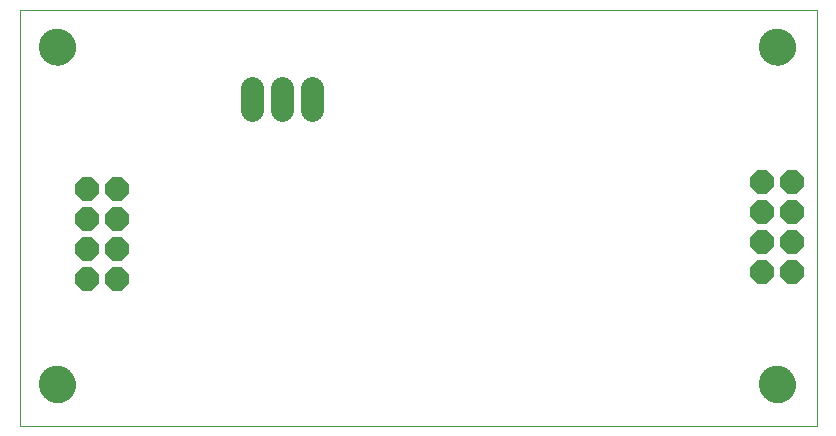
<source format=gbs>
G75*
%MOIN*%
%OFA0B0*%
%FSLAX25Y25*%
%IPPOS*%
%LPD*%
%AMOC8*
5,1,8,0,0,1.08239X$1,22.5*
%
%ADD10C,0.00000*%
%ADD11C,0.12211*%
%ADD12C,0.07800*%
%ADD13OC8,0.07800*%
D10*
X0001000Y0001000D02*
X0001000Y0139626D01*
X0266614Y0139626D01*
X0266614Y0001000D01*
X0001000Y0001000D01*
X0007519Y0014740D02*
X0007521Y0014893D01*
X0007527Y0015047D01*
X0007537Y0015200D01*
X0007551Y0015352D01*
X0007569Y0015505D01*
X0007591Y0015656D01*
X0007616Y0015807D01*
X0007646Y0015958D01*
X0007680Y0016108D01*
X0007717Y0016256D01*
X0007758Y0016404D01*
X0007803Y0016550D01*
X0007852Y0016696D01*
X0007905Y0016840D01*
X0007961Y0016982D01*
X0008021Y0017123D01*
X0008085Y0017263D01*
X0008152Y0017401D01*
X0008223Y0017537D01*
X0008298Y0017671D01*
X0008375Y0017803D01*
X0008457Y0017933D01*
X0008541Y0018061D01*
X0008629Y0018187D01*
X0008720Y0018310D01*
X0008814Y0018431D01*
X0008912Y0018549D01*
X0009012Y0018665D01*
X0009116Y0018778D01*
X0009222Y0018889D01*
X0009331Y0018997D01*
X0009443Y0019102D01*
X0009557Y0019203D01*
X0009675Y0019302D01*
X0009794Y0019398D01*
X0009916Y0019491D01*
X0010041Y0019580D01*
X0010168Y0019667D01*
X0010297Y0019749D01*
X0010428Y0019829D01*
X0010561Y0019905D01*
X0010696Y0019978D01*
X0010833Y0020047D01*
X0010972Y0020112D01*
X0011112Y0020174D01*
X0011254Y0020232D01*
X0011397Y0020287D01*
X0011542Y0020338D01*
X0011688Y0020385D01*
X0011835Y0020428D01*
X0011983Y0020467D01*
X0012132Y0020503D01*
X0012282Y0020534D01*
X0012433Y0020562D01*
X0012584Y0020586D01*
X0012737Y0020606D01*
X0012889Y0020622D01*
X0013042Y0020634D01*
X0013195Y0020642D01*
X0013348Y0020646D01*
X0013502Y0020646D01*
X0013655Y0020642D01*
X0013808Y0020634D01*
X0013961Y0020622D01*
X0014113Y0020606D01*
X0014266Y0020586D01*
X0014417Y0020562D01*
X0014568Y0020534D01*
X0014718Y0020503D01*
X0014867Y0020467D01*
X0015015Y0020428D01*
X0015162Y0020385D01*
X0015308Y0020338D01*
X0015453Y0020287D01*
X0015596Y0020232D01*
X0015738Y0020174D01*
X0015878Y0020112D01*
X0016017Y0020047D01*
X0016154Y0019978D01*
X0016289Y0019905D01*
X0016422Y0019829D01*
X0016553Y0019749D01*
X0016682Y0019667D01*
X0016809Y0019580D01*
X0016934Y0019491D01*
X0017056Y0019398D01*
X0017175Y0019302D01*
X0017293Y0019203D01*
X0017407Y0019102D01*
X0017519Y0018997D01*
X0017628Y0018889D01*
X0017734Y0018778D01*
X0017838Y0018665D01*
X0017938Y0018549D01*
X0018036Y0018431D01*
X0018130Y0018310D01*
X0018221Y0018187D01*
X0018309Y0018061D01*
X0018393Y0017933D01*
X0018475Y0017803D01*
X0018552Y0017671D01*
X0018627Y0017537D01*
X0018698Y0017401D01*
X0018765Y0017263D01*
X0018829Y0017123D01*
X0018889Y0016982D01*
X0018945Y0016840D01*
X0018998Y0016696D01*
X0019047Y0016550D01*
X0019092Y0016404D01*
X0019133Y0016256D01*
X0019170Y0016108D01*
X0019204Y0015958D01*
X0019234Y0015807D01*
X0019259Y0015656D01*
X0019281Y0015505D01*
X0019299Y0015352D01*
X0019313Y0015200D01*
X0019323Y0015047D01*
X0019329Y0014893D01*
X0019331Y0014740D01*
X0019329Y0014587D01*
X0019323Y0014433D01*
X0019313Y0014280D01*
X0019299Y0014128D01*
X0019281Y0013975D01*
X0019259Y0013824D01*
X0019234Y0013673D01*
X0019204Y0013522D01*
X0019170Y0013372D01*
X0019133Y0013224D01*
X0019092Y0013076D01*
X0019047Y0012930D01*
X0018998Y0012784D01*
X0018945Y0012640D01*
X0018889Y0012498D01*
X0018829Y0012357D01*
X0018765Y0012217D01*
X0018698Y0012079D01*
X0018627Y0011943D01*
X0018552Y0011809D01*
X0018475Y0011677D01*
X0018393Y0011547D01*
X0018309Y0011419D01*
X0018221Y0011293D01*
X0018130Y0011170D01*
X0018036Y0011049D01*
X0017938Y0010931D01*
X0017838Y0010815D01*
X0017734Y0010702D01*
X0017628Y0010591D01*
X0017519Y0010483D01*
X0017407Y0010378D01*
X0017293Y0010277D01*
X0017175Y0010178D01*
X0017056Y0010082D01*
X0016934Y0009989D01*
X0016809Y0009900D01*
X0016682Y0009813D01*
X0016553Y0009731D01*
X0016422Y0009651D01*
X0016289Y0009575D01*
X0016154Y0009502D01*
X0016017Y0009433D01*
X0015878Y0009368D01*
X0015738Y0009306D01*
X0015596Y0009248D01*
X0015453Y0009193D01*
X0015308Y0009142D01*
X0015162Y0009095D01*
X0015015Y0009052D01*
X0014867Y0009013D01*
X0014718Y0008977D01*
X0014568Y0008946D01*
X0014417Y0008918D01*
X0014266Y0008894D01*
X0014113Y0008874D01*
X0013961Y0008858D01*
X0013808Y0008846D01*
X0013655Y0008838D01*
X0013502Y0008834D01*
X0013348Y0008834D01*
X0013195Y0008838D01*
X0013042Y0008846D01*
X0012889Y0008858D01*
X0012737Y0008874D01*
X0012584Y0008894D01*
X0012433Y0008918D01*
X0012282Y0008946D01*
X0012132Y0008977D01*
X0011983Y0009013D01*
X0011835Y0009052D01*
X0011688Y0009095D01*
X0011542Y0009142D01*
X0011397Y0009193D01*
X0011254Y0009248D01*
X0011112Y0009306D01*
X0010972Y0009368D01*
X0010833Y0009433D01*
X0010696Y0009502D01*
X0010561Y0009575D01*
X0010428Y0009651D01*
X0010297Y0009731D01*
X0010168Y0009813D01*
X0010041Y0009900D01*
X0009916Y0009989D01*
X0009794Y0010082D01*
X0009675Y0010178D01*
X0009557Y0010277D01*
X0009443Y0010378D01*
X0009331Y0010483D01*
X0009222Y0010591D01*
X0009116Y0010702D01*
X0009012Y0010815D01*
X0008912Y0010931D01*
X0008814Y0011049D01*
X0008720Y0011170D01*
X0008629Y0011293D01*
X0008541Y0011419D01*
X0008457Y0011547D01*
X0008375Y0011677D01*
X0008298Y0011809D01*
X0008223Y0011943D01*
X0008152Y0012079D01*
X0008085Y0012217D01*
X0008021Y0012357D01*
X0007961Y0012498D01*
X0007905Y0012640D01*
X0007852Y0012784D01*
X0007803Y0012930D01*
X0007758Y0013076D01*
X0007717Y0013224D01*
X0007680Y0013372D01*
X0007646Y0013522D01*
X0007616Y0013673D01*
X0007591Y0013824D01*
X0007569Y0013975D01*
X0007551Y0014128D01*
X0007537Y0014280D01*
X0007527Y0014433D01*
X0007521Y0014587D01*
X0007519Y0014740D01*
X0007519Y0127240D02*
X0007521Y0127393D01*
X0007527Y0127547D01*
X0007537Y0127700D01*
X0007551Y0127852D01*
X0007569Y0128005D01*
X0007591Y0128156D01*
X0007616Y0128307D01*
X0007646Y0128458D01*
X0007680Y0128608D01*
X0007717Y0128756D01*
X0007758Y0128904D01*
X0007803Y0129050D01*
X0007852Y0129196D01*
X0007905Y0129340D01*
X0007961Y0129482D01*
X0008021Y0129623D01*
X0008085Y0129763D01*
X0008152Y0129901D01*
X0008223Y0130037D01*
X0008298Y0130171D01*
X0008375Y0130303D01*
X0008457Y0130433D01*
X0008541Y0130561D01*
X0008629Y0130687D01*
X0008720Y0130810D01*
X0008814Y0130931D01*
X0008912Y0131049D01*
X0009012Y0131165D01*
X0009116Y0131278D01*
X0009222Y0131389D01*
X0009331Y0131497D01*
X0009443Y0131602D01*
X0009557Y0131703D01*
X0009675Y0131802D01*
X0009794Y0131898D01*
X0009916Y0131991D01*
X0010041Y0132080D01*
X0010168Y0132167D01*
X0010297Y0132249D01*
X0010428Y0132329D01*
X0010561Y0132405D01*
X0010696Y0132478D01*
X0010833Y0132547D01*
X0010972Y0132612D01*
X0011112Y0132674D01*
X0011254Y0132732D01*
X0011397Y0132787D01*
X0011542Y0132838D01*
X0011688Y0132885D01*
X0011835Y0132928D01*
X0011983Y0132967D01*
X0012132Y0133003D01*
X0012282Y0133034D01*
X0012433Y0133062D01*
X0012584Y0133086D01*
X0012737Y0133106D01*
X0012889Y0133122D01*
X0013042Y0133134D01*
X0013195Y0133142D01*
X0013348Y0133146D01*
X0013502Y0133146D01*
X0013655Y0133142D01*
X0013808Y0133134D01*
X0013961Y0133122D01*
X0014113Y0133106D01*
X0014266Y0133086D01*
X0014417Y0133062D01*
X0014568Y0133034D01*
X0014718Y0133003D01*
X0014867Y0132967D01*
X0015015Y0132928D01*
X0015162Y0132885D01*
X0015308Y0132838D01*
X0015453Y0132787D01*
X0015596Y0132732D01*
X0015738Y0132674D01*
X0015878Y0132612D01*
X0016017Y0132547D01*
X0016154Y0132478D01*
X0016289Y0132405D01*
X0016422Y0132329D01*
X0016553Y0132249D01*
X0016682Y0132167D01*
X0016809Y0132080D01*
X0016934Y0131991D01*
X0017056Y0131898D01*
X0017175Y0131802D01*
X0017293Y0131703D01*
X0017407Y0131602D01*
X0017519Y0131497D01*
X0017628Y0131389D01*
X0017734Y0131278D01*
X0017838Y0131165D01*
X0017938Y0131049D01*
X0018036Y0130931D01*
X0018130Y0130810D01*
X0018221Y0130687D01*
X0018309Y0130561D01*
X0018393Y0130433D01*
X0018475Y0130303D01*
X0018552Y0130171D01*
X0018627Y0130037D01*
X0018698Y0129901D01*
X0018765Y0129763D01*
X0018829Y0129623D01*
X0018889Y0129482D01*
X0018945Y0129340D01*
X0018998Y0129196D01*
X0019047Y0129050D01*
X0019092Y0128904D01*
X0019133Y0128756D01*
X0019170Y0128608D01*
X0019204Y0128458D01*
X0019234Y0128307D01*
X0019259Y0128156D01*
X0019281Y0128005D01*
X0019299Y0127852D01*
X0019313Y0127700D01*
X0019323Y0127547D01*
X0019329Y0127393D01*
X0019331Y0127240D01*
X0019329Y0127087D01*
X0019323Y0126933D01*
X0019313Y0126780D01*
X0019299Y0126628D01*
X0019281Y0126475D01*
X0019259Y0126324D01*
X0019234Y0126173D01*
X0019204Y0126022D01*
X0019170Y0125872D01*
X0019133Y0125724D01*
X0019092Y0125576D01*
X0019047Y0125430D01*
X0018998Y0125284D01*
X0018945Y0125140D01*
X0018889Y0124998D01*
X0018829Y0124857D01*
X0018765Y0124717D01*
X0018698Y0124579D01*
X0018627Y0124443D01*
X0018552Y0124309D01*
X0018475Y0124177D01*
X0018393Y0124047D01*
X0018309Y0123919D01*
X0018221Y0123793D01*
X0018130Y0123670D01*
X0018036Y0123549D01*
X0017938Y0123431D01*
X0017838Y0123315D01*
X0017734Y0123202D01*
X0017628Y0123091D01*
X0017519Y0122983D01*
X0017407Y0122878D01*
X0017293Y0122777D01*
X0017175Y0122678D01*
X0017056Y0122582D01*
X0016934Y0122489D01*
X0016809Y0122400D01*
X0016682Y0122313D01*
X0016553Y0122231D01*
X0016422Y0122151D01*
X0016289Y0122075D01*
X0016154Y0122002D01*
X0016017Y0121933D01*
X0015878Y0121868D01*
X0015738Y0121806D01*
X0015596Y0121748D01*
X0015453Y0121693D01*
X0015308Y0121642D01*
X0015162Y0121595D01*
X0015015Y0121552D01*
X0014867Y0121513D01*
X0014718Y0121477D01*
X0014568Y0121446D01*
X0014417Y0121418D01*
X0014266Y0121394D01*
X0014113Y0121374D01*
X0013961Y0121358D01*
X0013808Y0121346D01*
X0013655Y0121338D01*
X0013502Y0121334D01*
X0013348Y0121334D01*
X0013195Y0121338D01*
X0013042Y0121346D01*
X0012889Y0121358D01*
X0012737Y0121374D01*
X0012584Y0121394D01*
X0012433Y0121418D01*
X0012282Y0121446D01*
X0012132Y0121477D01*
X0011983Y0121513D01*
X0011835Y0121552D01*
X0011688Y0121595D01*
X0011542Y0121642D01*
X0011397Y0121693D01*
X0011254Y0121748D01*
X0011112Y0121806D01*
X0010972Y0121868D01*
X0010833Y0121933D01*
X0010696Y0122002D01*
X0010561Y0122075D01*
X0010428Y0122151D01*
X0010297Y0122231D01*
X0010168Y0122313D01*
X0010041Y0122400D01*
X0009916Y0122489D01*
X0009794Y0122582D01*
X0009675Y0122678D01*
X0009557Y0122777D01*
X0009443Y0122878D01*
X0009331Y0122983D01*
X0009222Y0123091D01*
X0009116Y0123202D01*
X0009012Y0123315D01*
X0008912Y0123431D01*
X0008814Y0123549D01*
X0008720Y0123670D01*
X0008629Y0123793D01*
X0008541Y0123919D01*
X0008457Y0124047D01*
X0008375Y0124177D01*
X0008298Y0124309D01*
X0008223Y0124443D01*
X0008152Y0124579D01*
X0008085Y0124717D01*
X0008021Y0124857D01*
X0007961Y0124998D01*
X0007905Y0125140D01*
X0007852Y0125284D01*
X0007803Y0125430D01*
X0007758Y0125576D01*
X0007717Y0125724D01*
X0007680Y0125872D01*
X0007646Y0126022D01*
X0007616Y0126173D01*
X0007591Y0126324D01*
X0007569Y0126475D01*
X0007551Y0126628D01*
X0007537Y0126780D01*
X0007527Y0126933D01*
X0007521Y0127087D01*
X0007519Y0127240D01*
X0247519Y0127240D02*
X0247521Y0127393D01*
X0247527Y0127547D01*
X0247537Y0127700D01*
X0247551Y0127852D01*
X0247569Y0128005D01*
X0247591Y0128156D01*
X0247616Y0128307D01*
X0247646Y0128458D01*
X0247680Y0128608D01*
X0247717Y0128756D01*
X0247758Y0128904D01*
X0247803Y0129050D01*
X0247852Y0129196D01*
X0247905Y0129340D01*
X0247961Y0129482D01*
X0248021Y0129623D01*
X0248085Y0129763D01*
X0248152Y0129901D01*
X0248223Y0130037D01*
X0248298Y0130171D01*
X0248375Y0130303D01*
X0248457Y0130433D01*
X0248541Y0130561D01*
X0248629Y0130687D01*
X0248720Y0130810D01*
X0248814Y0130931D01*
X0248912Y0131049D01*
X0249012Y0131165D01*
X0249116Y0131278D01*
X0249222Y0131389D01*
X0249331Y0131497D01*
X0249443Y0131602D01*
X0249557Y0131703D01*
X0249675Y0131802D01*
X0249794Y0131898D01*
X0249916Y0131991D01*
X0250041Y0132080D01*
X0250168Y0132167D01*
X0250297Y0132249D01*
X0250428Y0132329D01*
X0250561Y0132405D01*
X0250696Y0132478D01*
X0250833Y0132547D01*
X0250972Y0132612D01*
X0251112Y0132674D01*
X0251254Y0132732D01*
X0251397Y0132787D01*
X0251542Y0132838D01*
X0251688Y0132885D01*
X0251835Y0132928D01*
X0251983Y0132967D01*
X0252132Y0133003D01*
X0252282Y0133034D01*
X0252433Y0133062D01*
X0252584Y0133086D01*
X0252737Y0133106D01*
X0252889Y0133122D01*
X0253042Y0133134D01*
X0253195Y0133142D01*
X0253348Y0133146D01*
X0253502Y0133146D01*
X0253655Y0133142D01*
X0253808Y0133134D01*
X0253961Y0133122D01*
X0254113Y0133106D01*
X0254266Y0133086D01*
X0254417Y0133062D01*
X0254568Y0133034D01*
X0254718Y0133003D01*
X0254867Y0132967D01*
X0255015Y0132928D01*
X0255162Y0132885D01*
X0255308Y0132838D01*
X0255453Y0132787D01*
X0255596Y0132732D01*
X0255738Y0132674D01*
X0255878Y0132612D01*
X0256017Y0132547D01*
X0256154Y0132478D01*
X0256289Y0132405D01*
X0256422Y0132329D01*
X0256553Y0132249D01*
X0256682Y0132167D01*
X0256809Y0132080D01*
X0256934Y0131991D01*
X0257056Y0131898D01*
X0257175Y0131802D01*
X0257293Y0131703D01*
X0257407Y0131602D01*
X0257519Y0131497D01*
X0257628Y0131389D01*
X0257734Y0131278D01*
X0257838Y0131165D01*
X0257938Y0131049D01*
X0258036Y0130931D01*
X0258130Y0130810D01*
X0258221Y0130687D01*
X0258309Y0130561D01*
X0258393Y0130433D01*
X0258475Y0130303D01*
X0258552Y0130171D01*
X0258627Y0130037D01*
X0258698Y0129901D01*
X0258765Y0129763D01*
X0258829Y0129623D01*
X0258889Y0129482D01*
X0258945Y0129340D01*
X0258998Y0129196D01*
X0259047Y0129050D01*
X0259092Y0128904D01*
X0259133Y0128756D01*
X0259170Y0128608D01*
X0259204Y0128458D01*
X0259234Y0128307D01*
X0259259Y0128156D01*
X0259281Y0128005D01*
X0259299Y0127852D01*
X0259313Y0127700D01*
X0259323Y0127547D01*
X0259329Y0127393D01*
X0259331Y0127240D01*
X0259329Y0127087D01*
X0259323Y0126933D01*
X0259313Y0126780D01*
X0259299Y0126628D01*
X0259281Y0126475D01*
X0259259Y0126324D01*
X0259234Y0126173D01*
X0259204Y0126022D01*
X0259170Y0125872D01*
X0259133Y0125724D01*
X0259092Y0125576D01*
X0259047Y0125430D01*
X0258998Y0125284D01*
X0258945Y0125140D01*
X0258889Y0124998D01*
X0258829Y0124857D01*
X0258765Y0124717D01*
X0258698Y0124579D01*
X0258627Y0124443D01*
X0258552Y0124309D01*
X0258475Y0124177D01*
X0258393Y0124047D01*
X0258309Y0123919D01*
X0258221Y0123793D01*
X0258130Y0123670D01*
X0258036Y0123549D01*
X0257938Y0123431D01*
X0257838Y0123315D01*
X0257734Y0123202D01*
X0257628Y0123091D01*
X0257519Y0122983D01*
X0257407Y0122878D01*
X0257293Y0122777D01*
X0257175Y0122678D01*
X0257056Y0122582D01*
X0256934Y0122489D01*
X0256809Y0122400D01*
X0256682Y0122313D01*
X0256553Y0122231D01*
X0256422Y0122151D01*
X0256289Y0122075D01*
X0256154Y0122002D01*
X0256017Y0121933D01*
X0255878Y0121868D01*
X0255738Y0121806D01*
X0255596Y0121748D01*
X0255453Y0121693D01*
X0255308Y0121642D01*
X0255162Y0121595D01*
X0255015Y0121552D01*
X0254867Y0121513D01*
X0254718Y0121477D01*
X0254568Y0121446D01*
X0254417Y0121418D01*
X0254266Y0121394D01*
X0254113Y0121374D01*
X0253961Y0121358D01*
X0253808Y0121346D01*
X0253655Y0121338D01*
X0253502Y0121334D01*
X0253348Y0121334D01*
X0253195Y0121338D01*
X0253042Y0121346D01*
X0252889Y0121358D01*
X0252737Y0121374D01*
X0252584Y0121394D01*
X0252433Y0121418D01*
X0252282Y0121446D01*
X0252132Y0121477D01*
X0251983Y0121513D01*
X0251835Y0121552D01*
X0251688Y0121595D01*
X0251542Y0121642D01*
X0251397Y0121693D01*
X0251254Y0121748D01*
X0251112Y0121806D01*
X0250972Y0121868D01*
X0250833Y0121933D01*
X0250696Y0122002D01*
X0250561Y0122075D01*
X0250428Y0122151D01*
X0250297Y0122231D01*
X0250168Y0122313D01*
X0250041Y0122400D01*
X0249916Y0122489D01*
X0249794Y0122582D01*
X0249675Y0122678D01*
X0249557Y0122777D01*
X0249443Y0122878D01*
X0249331Y0122983D01*
X0249222Y0123091D01*
X0249116Y0123202D01*
X0249012Y0123315D01*
X0248912Y0123431D01*
X0248814Y0123549D01*
X0248720Y0123670D01*
X0248629Y0123793D01*
X0248541Y0123919D01*
X0248457Y0124047D01*
X0248375Y0124177D01*
X0248298Y0124309D01*
X0248223Y0124443D01*
X0248152Y0124579D01*
X0248085Y0124717D01*
X0248021Y0124857D01*
X0247961Y0124998D01*
X0247905Y0125140D01*
X0247852Y0125284D01*
X0247803Y0125430D01*
X0247758Y0125576D01*
X0247717Y0125724D01*
X0247680Y0125872D01*
X0247646Y0126022D01*
X0247616Y0126173D01*
X0247591Y0126324D01*
X0247569Y0126475D01*
X0247551Y0126628D01*
X0247537Y0126780D01*
X0247527Y0126933D01*
X0247521Y0127087D01*
X0247519Y0127240D01*
X0247519Y0014740D02*
X0247521Y0014893D01*
X0247527Y0015047D01*
X0247537Y0015200D01*
X0247551Y0015352D01*
X0247569Y0015505D01*
X0247591Y0015656D01*
X0247616Y0015807D01*
X0247646Y0015958D01*
X0247680Y0016108D01*
X0247717Y0016256D01*
X0247758Y0016404D01*
X0247803Y0016550D01*
X0247852Y0016696D01*
X0247905Y0016840D01*
X0247961Y0016982D01*
X0248021Y0017123D01*
X0248085Y0017263D01*
X0248152Y0017401D01*
X0248223Y0017537D01*
X0248298Y0017671D01*
X0248375Y0017803D01*
X0248457Y0017933D01*
X0248541Y0018061D01*
X0248629Y0018187D01*
X0248720Y0018310D01*
X0248814Y0018431D01*
X0248912Y0018549D01*
X0249012Y0018665D01*
X0249116Y0018778D01*
X0249222Y0018889D01*
X0249331Y0018997D01*
X0249443Y0019102D01*
X0249557Y0019203D01*
X0249675Y0019302D01*
X0249794Y0019398D01*
X0249916Y0019491D01*
X0250041Y0019580D01*
X0250168Y0019667D01*
X0250297Y0019749D01*
X0250428Y0019829D01*
X0250561Y0019905D01*
X0250696Y0019978D01*
X0250833Y0020047D01*
X0250972Y0020112D01*
X0251112Y0020174D01*
X0251254Y0020232D01*
X0251397Y0020287D01*
X0251542Y0020338D01*
X0251688Y0020385D01*
X0251835Y0020428D01*
X0251983Y0020467D01*
X0252132Y0020503D01*
X0252282Y0020534D01*
X0252433Y0020562D01*
X0252584Y0020586D01*
X0252737Y0020606D01*
X0252889Y0020622D01*
X0253042Y0020634D01*
X0253195Y0020642D01*
X0253348Y0020646D01*
X0253502Y0020646D01*
X0253655Y0020642D01*
X0253808Y0020634D01*
X0253961Y0020622D01*
X0254113Y0020606D01*
X0254266Y0020586D01*
X0254417Y0020562D01*
X0254568Y0020534D01*
X0254718Y0020503D01*
X0254867Y0020467D01*
X0255015Y0020428D01*
X0255162Y0020385D01*
X0255308Y0020338D01*
X0255453Y0020287D01*
X0255596Y0020232D01*
X0255738Y0020174D01*
X0255878Y0020112D01*
X0256017Y0020047D01*
X0256154Y0019978D01*
X0256289Y0019905D01*
X0256422Y0019829D01*
X0256553Y0019749D01*
X0256682Y0019667D01*
X0256809Y0019580D01*
X0256934Y0019491D01*
X0257056Y0019398D01*
X0257175Y0019302D01*
X0257293Y0019203D01*
X0257407Y0019102D01*
X0257519Y0018997D01*
X0257628Y0018889D01*
X0257734Y0018778D01*
X0257838Y0018665D01*
X0257938Y0018549D01*
X0258036Y0018431D01*
X0258130Y0018310D01*
X0258221Y0018187D01*
X0258309Y0018061D01*
X0258393Y0017933D01*
X0258475Y0017803D01*
X0258552Y0017671D01*
X0258627Y0017537D01*
X0258698Y0017401D01*
X0258765Y0017263D01*
X0258829Y0017123D01*
X0258889Y0016982D01*
X0258945Y0016840D01*
X0258998Y0016696D01*
X0259047Y0016550D01*
X0259092Y0016404D01*
X0259133Y0016256D01*
X0259170Y0016108D01*
X0259204Y0015958D01*
X0259234Y0015807D01*
X0259259Y0015656D01*
X0259281Y0015505D01*
X0259299Y0015352D01*
X0259313Y0015200D01*
X0259323Y0015047D01*
X0259329Y0014893D01*
X0259331Y0014740D01*
X0259329Y0014587D01*
X0259323Y0014433D01*
X0259313Y0014280D01*
X0259299Y0014128D01*
X0259281Y0013975D01*
X0259259Y0013824D01*
X0259234Y0013673D01*
X0259204Y0013522D01*
X0259170Y0013372D01*
X0259133Y0013224D01*
X0259092Y0013076D01*
X0259047Y0012930D01*
X0258998Y0012784D01*
X0258945Y0012640D01*
X0258889Y0012498D01*
X0258829Y0012357D01*
X0258765Y0012217D01*
X0258698Y0012079D01*
X0258627Y0011943D01*
X0258552Y0011809D01*
X0258475Y0011677D01*
X0258393Y0011547D01*
X0258309Y0011419D01*
X0258221Y0011293D01*
X0258130Y0011170D01*
X0258036Y0011049D01*
X0257938Y0010931D01*
X0257838Y0010815D01*
X0257734Y0010702D01*
X0257628Y0010591D01*
X0257519Y0010483D01*
X0257407Y0010378D01*
X0257293Y0010277D01*
X0257175Y0010178D01*
X0257056Y0010082D01*
X0256934Y0009989D01*
X0256809Y0009900D01*
X0256682Y0009813D01*
X0256553Y0009731D01*
X0256422Y0009651D01*
X0256289Y0009575D01*
X0256154Y0009502D01*
X0256017Y0009433D01*
X0255878Y0009368D01*
X0255738Y0009306D01*
X0255596Y0009248D01*
X0255453Y0009193D01*
X0255308Y0009142D01*
X0255162Y0009095D01*
X0255015Y0009052D01*
X0254867Y0009013D01*
X0254718Y0008977D01*
X0254568Y0008946D01*
X0254417Y0008918D01*
X0254266Y0008894D01*
X0254113Y0008874D01*
X0253961Y0008858D01*
X0253808Y0008846D01*
X0253655Y0008838D01*
X0253502Y0008834D01*
X0253348Y0008834D01*
X0253195Y0008838D01*
X0253042Y0008846D01*
X0252889Y0008858D01*
X0252737Y0008874D01*
X0252584Y0008894D01*
X0252433Y0008918D01*
X0252282Y0008946D01*
X0252132Y0008977D01*
X0251983Y0009013D01*
X0251835Y0009052D01*
X0251688Y0009095D01*
X0251542Y0009142D01*
X0251397Y0009193D01*
X0251254Y0009248D01*
X0251112Y0009306D01*
X0250972Y0009368D01*
X0250833Y0009433D01*
X0250696Y0009502D01*
X0250561Y0009575D01*
X0250428Y0009651D01*
X0250297Y0009731D01*
X0250168Y0009813D01*
X0250041Y0009900D01*
X0249916Y0009989D01*
X0249794Y0010082D01*
X0249675Y0010178D01*
X0249557Y0010277D01*
X0249443Y0010378D01*
X0249331Y0010483D01*
X0249222Y0010591D01*
X0249116Y0010702D01*
X0249012Y0010815D01*
X0248912Y0010931D01*
X0248814Y0011049D01*
X0248720Y0011170D01*
X0248629Y0011293D01*
X0248541Y0011419D01*
X0248457Y0011547D01*
X0248375Y0011677D01*
X0248298Y0011809D01*
X0248223Y0011943D01*
X0248152Y0012079D01*
X0248085Y0012217D01*
X0248021Y0012357D01*
X0247961Y0012498D01*
X0247905Y0012640D01*
X0247852Y0012784D01*
X0247803Y0012930D01*
X0247758Y0013076D01*
X0247717Y0013224D01*
X0247680Y0013372D01*
X0247646Y0013522D01*
X0247616Y0013673D01*
X0247591Y0013824D01*
X0247569Y0013975D01*
X0247551Y0014128D01*
X0247537Y0014280D01*
X0247527Y0014433D01*
X0247521Y0014587D01*
X0247519Y0014740D01*
D11*
X0253425Y0014740D03*
X0253425Y0127240D03*
X0013425Y0127240D03*
X0013425Y0014740D03*
D12*
X0078425Y0106040D02*
X0078425Y0113440D01*
X0088425Y0113440D02*
X0088425Y0106040D01*
X0098425Y0106040D02*
X0098425Y0113440D01*
D13*
X0033425Y0079740D03*
X0023425Y0079740D03*
X0023425Y0069740D03*
X0033425Y0069740D03*
X0033425Y0059740D03*
X0023425Y0059740D03*
X0023425Y0049740D03*
X0033425Y0049740D03*
X0248425Y0052240D03*
X0258425Y0052240D03*
X0258425Y0062240D03*
X0248425Y0062240D03*
X0248425Y0072240D03*
X0258425Y0072240D03*
X0258425Y0082240D03*
X0248425Y0082240D03*
M02*

</source>
